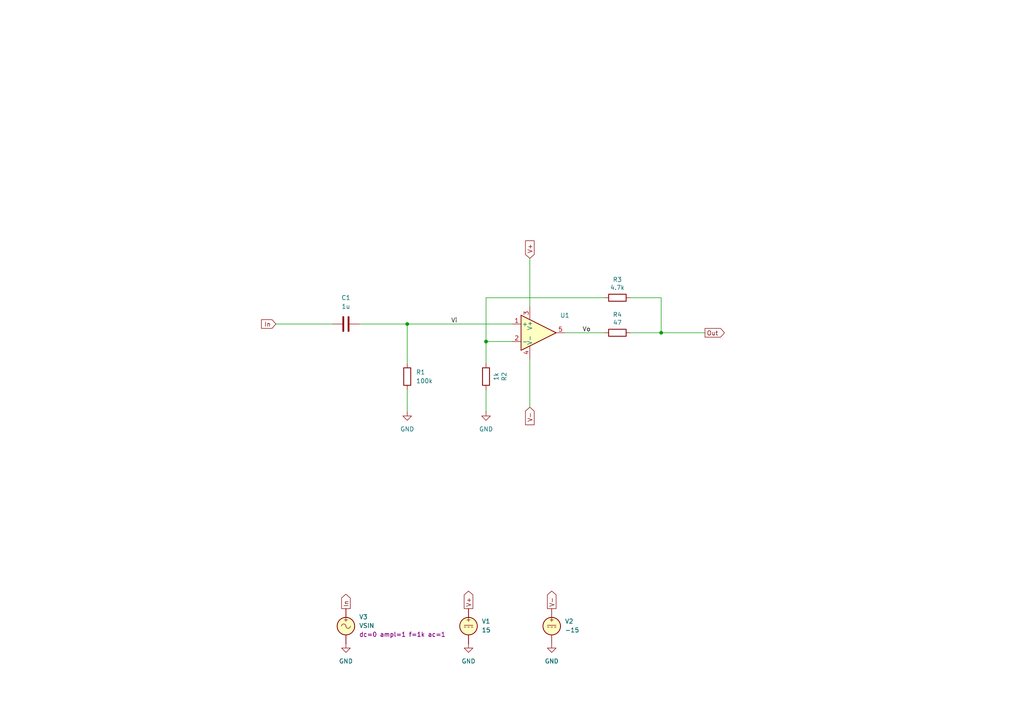
<source format=kicad_sch>
(kicad_sch (version 20231120) (generator "eeschema") (generator_version "8.0")
  (paper "A4")
  (title_block (title "OPamp, headphone") (date "2024-12-15") (company "GitHub/OJStuff"))
  (lib_symbols
    (symbol "Device:C" (pin_numbers hide) (pin_names (offset 0.254))
      (property "Reference" "C" (at 0.635 2.54 0))
      (property "Value" "C" (at 0.635 -2.54 0))
      (symbol "C_0_1"
        (polyline (pts (xy -2.032 -0.762) (xy 2.032 -0.762)) (stroke (width 0.508)))
        (polyline (pts (xy -2.032 0.762) (xy 2.032 0.762)) (stroke (width 0.508)))
      )
      (symbol "C_1_1"
        (pin passive line (at 0 3.81 270) (length 2.794) (name "~") (number "1"))
        (pin passive line (at 0 -3.81 90) (length 2.794) (name "~") (number "2"))
      )
    )
    (symbol "Device:R" (pin_numbers hide) (pin_names (offset 0))
      (property "Reference" "R" (at 2.032 0 90))
      (property "Value" "R" (at 0 0 90))
      (symbol "R_0_1"
        (rectangle (start -1.016 -2.54) (end 1.016 2.54) (stroke (width 0.254)))
      )
      (symbol "R_1_1"
        (pin passive line (at 0 3.81 270) (length 1.27) (name "~") (number "1"))
        (pin passive line (at 0 -3.81 90) (length 1.27) (name "~") (number "2"))
      )
    )
    (symbol "Simulation_SPICE:OPAMP" (pin_names (offset 0.254))
      (property "Reference" "U" (at 3.81 3.175 0))
      (property "Value" "${SIM.PARAMS}" (at 3.81 -3.175 0))
      (symbol "OPAMP_0_1"
        (polyline (pts (xy 5.08 0) (xy -5.08 5.08) (xy -5.08 -5.08) (xy 5.08 0)) (stroke (width 0.254)) (fill (type background)))
      )
      (symbol "OPAMP_1_1"
        (pin input line (at -7.62 2.54 0) (length 2.54) (name "+") (number "1"))
        (pin input line (at -7.62 -2.54 0) (length 2.54) (name "-") (number "2"))
        (pin power_in line (at -2.54 7.62 270) (length 3.81) (name "V+") (number "3"))
        (pin power_in line (at -2.54 -7.62 90) (length 3.81) (name "V-") (number "4"))
        (pin output line (at 7.62 0 180) (length 2.54) (name "~") (number "5"))
      )
    )
    (symbol "VDC_1" (pin_numbers hide) (pin_names (offset 0.0254))
      (property "Reference" "V" (at 2.54 2.54 0))
      (property "Value" "1" (at 2.54 0 0))
      (symbol "VDC_1_0_0"
        (polyline (pts (xy -1.27 0.254) (xy 1.27 0.254)))
        (polyline (pts (xy -0.762 -0.254) (xy -1.27 -0.254)))
        (polyline (pts (xy 0.254 -0.254) (xy -0.254 -0.254)))
        (polyline (pts (xy 1.27 -0.254) (xy 0.762 -0.254)))
        (text "+" (at 0 1.905 0) (effects (font (size 1.27 1.27))))
      )
      (symbol "VDC_1_0_1"
        (circle (center 0 0) (radius 2.54) (stroke (width 0.254)) (fill (type background)))
      )
      (symbol "VDC_1_1_1"
        (pin passive line (at 0 5.08 270) (length 2.54) (name "~") (number "1"))
        (pin passive line (at 0 -5.08 90) (length 2.54) (name "~") (number "2"))
      )
    )
    (symbol "VSIN_1" (pin_numbers hide) (pin_names (offset 0.0254))
      (property "Reference" "V" (at 2.54 2.54 0))
      (property "Value" "VSIN" (at 2.54 0 0))
      (property "Sim.Params" "dc=0 ampl=1 f=1k ac=1" (at 2.54 -2.54 0))
      (symbol "VSIN_1_0_0"
        (arc (start 0 0) (mid -0.635 0.6323) (end -1.27 0))
        (arc (start 0 0) (mid 0.635 -0.6323) (end 1.27 0))
        (text "+" (at 0 1.905 0) (effects (font (size 1.27 1.27))))
      )
      (symbol "VSIN_1_0_1"
        (circle (center 0 0) (radius 2.54) (stroke (width 0.254)) (fill (type background)))
      )
      (symbol "VSIN_1_1_1"
        (pin passive line (at 0 5.08 270) (length 2.54) (name "~") (number "1"))
        (pin passive line (at 0 -5.08 90) (length 2.54) (name "~") (number "2"))
      )
    )
    (symbol "power:GND" (power) (pin_numbers hide) (pin_names (offset 0) hide)
      (property "Value" "GND" (at 0 -3.81 0))
      (symbol "GND_0_1"
        (polyline (pts (xy 0 0) (xy 0 -1.27) (xy 1.27 -1.27) (xy 0 -2.54) (xy -1.27 -1.27) (xy 0 -1.27)))
      )
      (symbol "GND_1_1"
        (pin power_in line (at 0 0 270) (length 0) (name "~") (number "1"))
      )
    )
  )
  (junction (at 191.77 96.52))
  (junction (at 118.11 93.98))
  (junction (at 140.97 99.06))
  (wire (pts (xy 204.47 96.52) (xy 191.77 96.52)))
  (wire (pts (xy 118.11 93.98) (xy 148.59 93.98)))
  (wire (pts (xy 191.77 86.36) (xy 191.77 96.52)))
  (wire (pts (xy 140.97 86.36) (xy 175.26 86.36)))
  (wire (pts (xy 163.83 96.52) (xy 175.26 96.52)))
  (wire (pts (xy 118.11 93.98) (xy 118.11 105.41)))
  (wire (pts (xy 118.11 113.03) (xy 118.11 119.38)))
  (wire (pts (xy 140.97 113.03) (xy 140.97 119.38)))
  (wire (pts (xy 140.97 99.06) (xy 148.59 99.06)))
  (wire (pts (xy 80.01 93.98) (xy 96.52 93.98)))
  (wire (pts (xy 182.88 96.52) (xy 191.77 96.52)))
  (wire (pts (xy 104.14 93.98) (xy 118.11 93.98)))
  (wire (pts (xy 140.97 99.06) (xy 140.97 86.36)))
  (wire (pts (xy 182.88 86.36) (xy 191.77 86.36)))
  (wire (pts (xy 140.97 105.41) (xy 140.97 99.06)))
  (wire (pts (xy 153.67 74.93) (xy 153.67 88.9)))
  (wire (pts (xy 153.67 118.11) (xy 153.67 104.14)))
  (label "Vi" (at 130.81 93.98 0))
  (label "Vo" (at 168.91 96.52 0))
  (global_label "In" (shape output) (at 100.33 176.53 90) (property "Intersheetrefs" "${INTERSHEET_REFS}" (effects (hide yes))))
  (global_label "V-" (shape output) (at 160.02 176.53 90) (property "Intersheetrefs" "${INTERSHEET_REFS}" (effects (hide yes))))
  (global_label "V+" (shape output) (at 135.89 176.53 90) (property "Intersheetrefs" "${INTERSHEET_REFS}" (effects (hide yes))))
  (global_label "V-" (shape input) (at 153.67 118.11 270) (property "Intersheetrefs" "${INTERSHEET_REFS}" (effects (hide yes))))
  (global_label "In" (shape input) (at 80.01 93.98 180) (property "Intersheetrefs" "${INTERSHEET_REFS}" (effects (hide yes))))
  (global_label "Out" (shape output) (at 204.47 96.52 0) (property "Intersheetrefs" "${INTERSHEET_REFS}" (effects (hide yes))))
  (global_label "V+" (shape input) (at 153.67 74.93 90) (property "Intersheetrefs" "${INTERSHEET_REFS}" (effects (hide yes))))
  (symbol (lib_id "power:GND") (at 100.33 186.69 0) (unit 1)
    (property "Reference" "#PWR03" (effects (hide yes)))
    (property "Value" "GND" (at 100.33 191.77 0))
    (property "Description" "Power symbol creates a global label with name \"GND\" , ground" (effects (hide yes)))
  )
  (symbol (lib_name "VDC_1") (lib_id "Simulation_SPICE:VDC") (at 160.02 181.61 0) (unit 1)
    (property "Reference" "V2" (at 163.83 180.2101 0) (effects (justify left)))
    (property "Value" "-15" (at 163.83 182.7501 0) (effects (justify left)))
    (property "Datasheet" "https://ngspice.sourceforge.io/docs/ngspice-html-manual/manual.xhtml#sec_Independent_Sources_for" (effects (hide yes)))
    (property "Description" "Voltage source, DC" (effects (hide yes)))
    (property "Sim.Pins" "1=+ 2=-" (effects (hide yes)))
    (property "Sim.Type" "DC" (effects (hide yes)))
    (property "Sim.Device" "V" (effects (hide yes)))
  )
  (symbol (lib_id "Device:R") (at 140.97 109.22 180) (unit 1)
    (property "Reference" "R2" (at 146.2278 109.22 90))
    (property "Value" "1k" (at 143.9164 109.22 90))
  )
  (symbol (lib_name "VSIN_1") (lib_id "Simulation_SPICE:VSIN") (at 100.33 181.61 0) (unit 1)
    (property "Reference" "V3" (at 104.14 178.9401 0) (effects (justify left)))
    (property "Value" "VSIN" (at 104.14 181.4801 0) (effects (justify left)))
    (property "Datasheet" "https://ngspice.sourceforge.io/docs/ngspice-html-manual/manual.xhtml#sec_Independent_Sources_for" (effects (hide yes)))
    (property "Description" "Voltage source, sinusoidal" (effects (hide yes)))
    (property "Sim.Pins" "1=+ 2=-" (effects (hide yes)))
    (property "Sim.Params" "dc=0 ampl=1 f=1k ac=1" (at 104.14 184.0201 0) (effects (justify left)))
    (property "Sim.Type" "SIN" (effects (hide yes)))
    (property "Sim.Device" "V" (effects (hide yes)))
  )
  (symbol (lib_id "power:GND") (at 160.02 186.69 0) (unit 1)
    (property "Reference" "#PWR05" (effects (hide yes)))
    (property "Value" "GND" (at 160.02 191.77 0))
    (property "Description" "Power symbol creates a global label with name \"GND\" , ground" (effects (hide yes)))
  )
  (symbol (lib_id "Device:R") (at 118.11 109.22 0) (unit 1)
    (property "Reference" "R1" (at 120.65 107.9499 0) (effects (justify left)))
    (property "Value" "100k" (at 120.65 110.4899 0) (effects (justify left)))
  )
  (symbol (lib_id "Device:C") (at 100.33 93.98 90) (unit 1)
    (property "Reference" "C1" (at 100.33 86.36 90))
    (property "Value" "1u" (at 100.33 88.9 90))
  )
  (symbol (lib_id "Simulation_SPICE:OPAMP") (at 156.21 96.52 0) (unit 1)
    (property "Reference" "U1" (at 163.83 91.4714 0))
    (property "Value" "${SIM.PARAMS}" (at 163.83 93.3765 0))
    (property "Datasheet" "https://ngspice.sourceforge.io/docs/ngspice-html-manual/manual.xhtml#sec__SUBCKT_Subcircuits" (effects (hide yes)))
    (property "Description" "Operational amplifier, single, node sequence=1:+ 2:- 3:OUT 4:V+ 5:V-" (effects (hide yes)))
    (property "Sim.Pins" "1=in+ 2=in- 3=vcc 4=vee 5=out" (effects (hide yes)))
    (property "Sim.Device" "SUBCKT" (effects (hide yes)))
    (property "Sim.Library" "${KICAD7_SYMBOL_DIR}/Simulation_SPICE.sp" (effects (hide yes)))
    (property "Sim.Name" "kicad_builtin_opamp" (effects (hide yes)))
  )
  (symbol (lib_id "power:GND") (at 118.11 119.38 0) (unit 1)
    (property "Reference" "#PWR01" (effects (hide yes)))
    (property "Value" "GND" (at 118.11 124.46 0))
    (property "Description" "Power symbol creates a global label with name \"GND\" , ground" (effects (hide yes)))
  )
  (symbol (lib_id "power:GND") (at 140.97 119.38 0) (unit 1)
    (property "Reference" "#PWR02" (effects (hide yes)))
    (property "Value" "GND" (at 140.97 124.46 0))
    (property "Description" "Power symbol creates a global label with name \"GND\" , ground" (effects (hide yes)))
  )
  (symbol (lib_id "Device:R") (at 179.07 86.36 270) (unit 1)
    (property "Reference" "R3" (at 179.07 81.1022 90))
    (property "Value" "4.7k" (at 179.07 83.4136 90))
  )
  (symbol (lib_id "power:GND") (at 135.89 186.69 0) (unit 1)
    (property "Reference" "#PWR04" (effects (hide yes)))
    (property "Value" "GND" (at 135.89 191.77 0))
    (property "Description" "Power symbol creates a global label with name \"GND\" , ground" (effects (hide yes)))
  )
  (symbol (lib_id "Device:R") (at 179.07 96.52 270) (unit 1)
    (property "Reference" "R4" (at 179.07 91.2622 90))
    (property "Value" "47" (at 179.07 93.5736 90))
  )
  (symbol (lib_name "VDC_1") (lib_id "Simulation_SPICE:VDC") (at 135.89 181.61 0) (unit 1)
    (property "Reference" "V1" (at 139.7 180.2101 0) (effects (justify left)))
    (property "Value" "15" (at 139.7 182.7501 0) (effects (justify left)))
    (property "Datasheet" "https://ngspice.sourceforge.io/docs/ngspice-html-manual/manual.xhtml#sec_Independent_Sources_for" (effects (hide yes)))
    (property "Description" "Voltage source, DC" (effects (hide yes)))
    (property "Sim.Pins" "1=+ 2=-" (effects (hide yes)))
    (property "Sim.Type" "DC" (effects (hide yes)))
    (property "Sim.Device" "V" (effects (hide yes)))
  )
)
</source>
